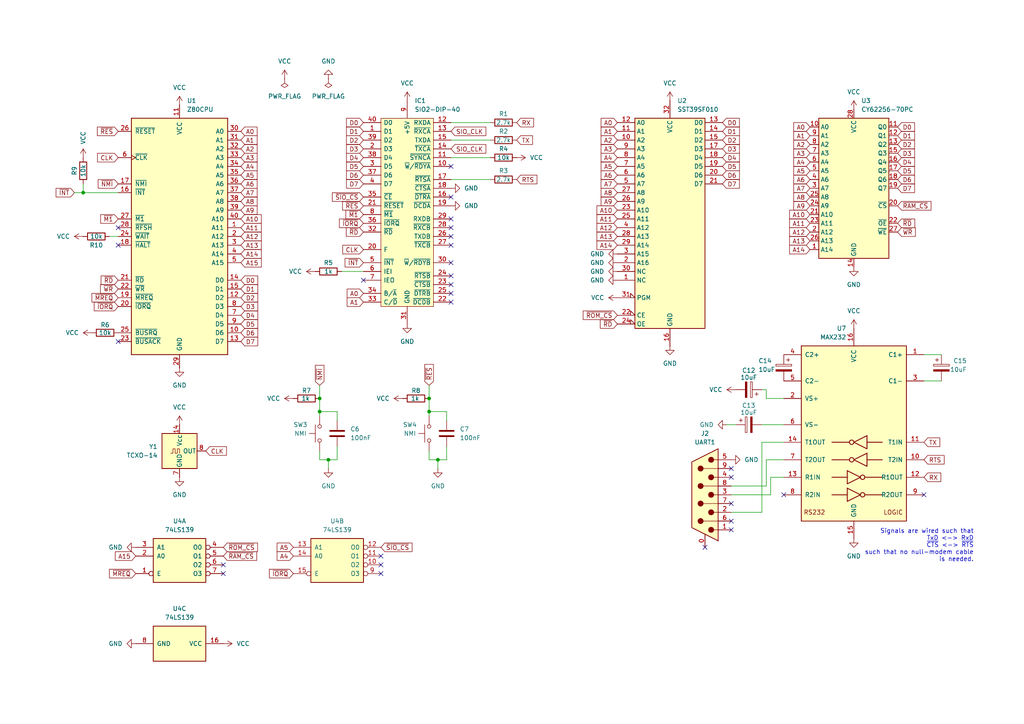
<source format=kicad_sch>
(kicad_sch (version 20250114) (generator "eeschema") (generator_version "9.0")
  (paper "A4")
  (lib_symbols
    (symbol "74xx:74LS139" (pin_names (offset 1.016))
      (property "Reference" "U" (at -7.62 8.89 0))
      (property "Value" "74LS139" (at -7.62 -8.89 0))
      (symbol "74LS139_1_0"
        (pin input line (at -12.7 2.54 0) (length 5.08) (name "A1") (number "3"))
        (pin input line (at -12.7 0 0) (length 5.08) (name "A0") (number "2"))
        (pin input inverted (at -12.7 -5.08 0) (length 5.08) (name "E") (number "1"))
        (pin output inverted (at 12.7 2.54 180) (length 5.08) (name "O0") (number "4"))
        (pin output inverted (at 12.7 0 180) (length 5.08) (name "O1") (number "5"))
        (pin output inverted (at 12.7 -2.54 180) (length 5.08) (name "O2") (number "6"))
        (pin output inverted (at 12.7 -5.08 180) (length 5.08) (name "O3") (number "7"))
      )
      (symbol "74LS139_2_0"
        (pin input line (at -12.7 2.54 0) (length 5.08) (name "A1") (number "13"))
        (pin input line (at -12.7 0 0) (length 5.08) (name "A0") (number "14"))
        (pin input inverted (at -12.7 -5.08 0) (length 5.08) (name "E") (number "15"))
        (pin output inverted (at 12.7 2.54 180) (length 5.08) (name "O0") (number "12"))
        (pin output inverted (at 12.7 0 180) (length 5.08) (name "O1") (number "11"))
        (pin output inverted (at 12.7 -2.54 180) (length 5.08) (name "O2") (number "10"))
        (pin output inverted (at 12.7 -5.08 180) (length 5.08) (name "O3") (number "9"))
      )
      (symbol "74LS139_3_0"
        (pin power_in line (at 0 12.7 270) (length 5.08) (name "VCC") (number "16"))
        (pin power_in line (at 0 -12.7 90) (length 5.08) (name "GND") (number "8"))
      )
    )
    (symbol "CPU:Z80CPU" (pin_names (offset 1.016))
      (property "Reference" "U" (at -13.97 35.56 0))
      (property "Value" "Z80CPU" (at 6.35 35.56 0))
      (symbol "Z80CPU_1_1"
        (pin input line (at -17.78 30.48 0) (length 3.81) (name "~{RESET}") (number "26"))
        (pin input clock (at -17.78 22.86 0) (length 3.81) (name "~{CLK}") (number "6"))
        (pin input line (at -17.78 15.24 0) (length 3.81) (name "~{NMI}") (number "17"))
        (pin input line (at -17.78 12.7 0) (length 3.81) (name "~{INT}") (number "16"))
        (pin output line (at -17.78 5.08 0) (length 3.81) (name "~{M1}") (number "27"))
        (pin output line (at -17.78 2.54 0) (length 3.81) (name "~{RFSH}") (number "28"))
        (pin input line (at -17.78 0 0) (length 3.81) (name "~{WAIT}") (number "24"))
        (pin output line (at -17.78 -2.54 0) (length 3.81) (name "~{HALT}") (number "18"))
        (pin output line (at -17.78 -12.7 0) (length 3.81) (name "~{RD}") (number "21"))
        (pin output line (at -17.78 -15.24 0) (length 3.81) (name "~{WR}") (number "22"))
        (pin output line (at -17.78 -17.78 0) (length 3.81) (name "~{MREQ}") (number "19"))
        (pin output line (at -17.78 -20.32 0) (length 3.81) (name "~{IORQ}") (number "20"))
        (pin input line (at -17.78 -27.94 0) (length 3.81) (name "~{BUSRQ}") (number "25"))
        (pin output line (at -17.78 -30.48 0) (length 3.81) (name "~{BUSACK}") (number "23"))
        (pin power_in line (at 0 38.1 270) (length 3.81) (name "VCC") (number "11"))
        (pin power_in line (at 0 -38.1 90) (length 3.81) (name "GND") (number "29"))
        (pin output line (at 17.78 30.48 180) (length 3.81) (name "A0") (number "30"))
        (pin output line (at 17.78 27.94 180) (length 3.81) (name "A1") (number "31"))
        (pin output line (at 17.78 25.4 180) (length 3.81) (name "A2") (number "32"))
        (pin output line (at 17.78 22.86 180) (length 3.81) (name "A3") (number "33"))
        (pin output line (at 17.78 20.32 180) (length 3.81) (name "A4") (number "34"))
        (pin output line (at 17.78 17.78 180) (length 3.81) (name "A5") (number "35"))
        (pin output line (at 17.78 15.24 180) (length 3.81) (name "A6") (number "36"))
        (pin output line (at 17.78 12.7 180) (length 3.81) (name "A7") (number "37"))
        (pin output line (at 17.78 10.16 180) (length 3.81) (name "A8") (number "38"))
        (pin output line (at 17.78 7.62 180) (length 3.81) (name "A9") (number "39"))
        (pin output line (at 17.78 5.08 180) (length 3.81) (name "A10") (number "40"))
        (pin output line (at 17.78 2.54 180) (length 3.81) (name "A11") (number "1"))
        (pin output line (at 17.78 0 180) (length 3.81) (name "A12") (number "2"))
        (pin output line (at 17.78 -2.54 180) (length 3.81) (name "A13") (number "3"))
        (pin output line (at 17.78 -5.08 180) (length 3.81) (name "A14") (number "4"))
        (pin output line (at 17.78 -7.62 180) (length 3.81) (name "A15") (number "5"))
        (pin bidirectional line (at 17.78 -12.7 180) (length 3.81) (name "D0") (number "14"))
        (pin bidirectional line (at 17.78 -15.24 180) (length 3.81) (name "D1") (number "15"))
        (pin bidirectional line (at 17.78 -17.78 180) (length 3.81) (name "D2") (number "12"))
        (pin bidirectional line (at 17.78 -20.32 180) (length 3.81) (name "D3") (number "8"))
        (pin bidirectional line (at 17.78 -22.86 180) (length 3.81) (name "D4") (number "7"))
        (pin bidirectional line (at 17.78 -25.4 180) (length 3.81) (name "D5") (number "9"))
        (pin bidirectional line (at 17.78 -27.94 180) (length 3.81) (name "D6") (number "10"))
        (pin bidirectional line (at 17.78 -30.48 180) (length 3.81) (name "D7") (number "13"))
      )
    )
    (symbol "Connector:DE9_Pins_MountingHoles" (pin_names (offset 1.016) (hide yes))
      (property "Reference" "J" (at 0 16.51 0))
      (property "Value" "DE9_Pins_MountingHoles" (at 0 14.605 0))
      (symbol "DE9_Pins_MountingHoles_1_1"
        (pin passive line (at -7.62 10.16 0) (length 3.81) (name "5") (number "5"))
        (pin passive line (at -7.62 7.62 0) (length 3.81) (name "9") (number "9"))
        (pin passive line (at -7.62 5.08 0) (length 3.81) (name "4") (number "4"))
        (pin passive line (at -7.62 2.54 0) (length 3.81) (name "8") (number "8"))
        (pin passive line (at -7.62 0 0) (length 3.81) (name "3") (number "3"))
        (pin passive line (at -7.62 -2.54 0) (length 3.81) (name "7") (number "7"))
        (pin passive line (at -7.62 -5.08 0) (length 3.81) (name "2") (number "2"))
        (pin passive line (at -7.62 -7.62 0) (length 3.81) (name "6") (number "6"))
        (pin passive line (at -7.62 -10.16 0) (length 3.81) (name "1") (number "1"))
        (pin passive line (at 0 -15.24 90) (length 3.81) (name "PAD") (number "0"))
      )
    )
    (symbol "Device:C" (pin_numbers (hide yes)) (pin_names (offset 0.254))
      (property "Reference" "C" (at 0.635 2.54 0))
      (property "Value" "C" (at 0.635 -2.54 0))
      (symbol "C_1_1"
        (pin passive line (at 0 3.81 270) (length 2.794) (name "~") (number "1"))
        (pin passive line (at 0 -3.81 90) (length 2.794) (name "~") (number "2"))
      )
    )
    (symbol "Device:C_Polarized" (pin_numbers (hide yes)) (pin_names (offset 0.254))
      (property "Reference" "C" (at 0.635 2.54 0))
      (property "Value" "C_Polarized" (at 0.635 -2.54 0))
      (symbol "C_Polarized_1_1"
        (pin passive line (at 0 3.81 270) (length 2.794) (name "~") (number "1"))
        (pin passive line (at 0 -3.81 90) (length 2.794) (name "~") (number "2"))
      )
    )
    (symbol "Device:R" (pin_numbers (hide yes)) (pin_names (offset 0))
      (property "Reference" "R" (at 2.032 0 90))
      (property "Value" "R" (at 0 0 90))
      (symbol "R_1_1"
        (pin passive line (at 0 3.81 270) (length 1.27) (name "~") (number "1"))
        (pin passive line (at 0 -3.81 90) (length 1.27) (name "~") (number "2"))
      )
    )
    (symbol "Interface_UART:MAX232" (pin_names (offset 1.016))
      (property "Reference" "U" (at -2.54 28.575 0))
      (property "Value" "MAX232" (at -2.54 26.67 0))
      (symbol "MAX232_0_0"
        (text "LOGIC" (at -11.43 -22.86 0) (effects (font (size 1.27 1.27))))
        (text "RS232" (at 11.43 -22.86 0) (effects (font (size 1.27 1.27))))
      )
      (symbol "MAX232_1_1"
        (pin passive line (at -20.32 22.86 0) (length 5.08) (name "C1+") (number "1"))
        (pin passive line (at -20.32 15.24 0) (length 5.08) (name "C1-") (number "3"))
        (pin input line (at -20.32 -2.54 0) (length 5.08) (name "T1IN") (number "11"))
        (pin input line (at -20.32 -7.62 0) (length 5.08) (name "T2IN") (number "10"))
        (pin output line (at -20.32 -12.7 0) (length 5.08) (name "R1OUT") (number "12"))
        (pin output line (at -20.32 -17.78 0) (length 5.08) (name "R2OUT") (number "9"))
        (pin power_in line (at 0 30.48 270) (length 5.08) (name "VCC") (number "16"))
        (pin power_in line (at 0 -30.48 90) (length 5.08) (name "GND") (number "15"))
        (pin passive line (at 20.32 22.86 180) (length 5.08) (name "C2+") (number "4"))
        (pin passive line (at 20.32 15.24 180) (length 5.08) (name "C2-") (number "5"))
        (pin power_out line (at 20.32 10.16 180) (length 5.08) (name "VS+") (number "2"))
        (pin power_out line (at 20.32 2.54 180) (length 5.08) (name "VS-") (number "6"))
        (pin output line (at 20.32 -2.54 180) (length 5.08) (name "T1OUT") (number "14"))
        (pin output line (at 20.32 -7.62 180) (length 5.08) (name "T2OUT") (number "7"))
        (pin input line (at 20.32 -12.7 180) (length 5.08) (name "R1IN") (number "13"))
        (pin input line (at 20.32 -17.78 180) (length 5.08) (name "R2IN") (number "8"))
      )
    )
    (symbol "Memory_Flash:SST39SF010"
      (property "Reference" "U" (at 2.54 33.02 0))
      (property "Value" "SST39SF010" (at 0 -30.48 0))
      (symbol "SST39SF010_0_0"
        (pin power_in line (at 0 36.83 270) (length 5.08) (name "VCC") (number "32"))
        (pin power_in line (at 0 -34.29 90) (length 5.08) (name "GND") (number "16"))
      )
      (symbol "SST39SF010_1_1"
        (pin input line (at -15.24 30.48 0) (length 5.08) (name "A0") (number "12"))
        (pin input line (at -15.24 27.94 0) (length 5.08) (name "A1") (number "11"))
        (pin input line (at -15.24 25.4 0) (length 5.08) (name "A2") (number "10"))
        (pin input line (at -15.24 22.86 0) (length 5.08) (name "A3") (number "9"))
        (pin input line (at -15.24 20.32 0) (length 5.08) (name "A4") (number "8"))
        (pin input line (at -15.24 17.78 0) (length 5.08) (name "A5") (number "7"))
        (pin input line (at -15.24 15.24 0) (length 5.08) (name "A6") (number "6"))
        (pin input line (at -15.24 12.7 0) (length 5.08) (name "A7") (number "5"))
        (pin input line (at -15.24 10.16 0) (length 5.08) (name "A8") (number "27"))
        (pin input line (at -15.24 7.62 0) (length 5.08) (name "A9") (number "26"))
        (pin input line (at -15.24 5.08 0) (length 5.08) (name "A10") (number "23"))
        (pin input line (at -15.24 2.54 0) (length 5.08) (name "A11") (number "25"))
        (pin input line (at -15.24 0 0) (length 5.08) (name "A12") (number "4"))
        (pin input line (at -15.24 -2.54 0) (length 5.08) (name "A13") (number "28"))
        (pin input line (at -15.24 -5.08 0) (length 5.08) (name "A14") (number "29"))
        (pin input line (at -15.24 -7.62 0) (length 5.08) (name "A15") (number "3"))
        (pin input line (at -15.24 -10.16 0) (length 5.08) (name "A16") (number "2"))
        (pin input line (at -15.24 -12.7 0) (length 5.08) (name "NC") (number "30"))
        (pin input line (at -15.24 -15.24 0) (length 5.08) (name "NC") (number "1"))
        (pin input input_low (at -15.24 -20.32 0) (length 5.08) (name "PGM") (number "31"))
        (pin input input_low (at -15.24 -25.4 0) (length 5.08) (name "CE") (number "22"))
        (pin input input_low (at -15.24 -27.94 0) (length 5.08) (name "OE") (number "24"))
        (pin tri_state line (at 15.24 30.48 180) (length 5.08) (name "D0") (number "13"))
        (pin tri_state line (at 15.24 27.94 180) (length 5.08) (name "D1") (number "14"))
        (pin tri_state line (at 15.24 25.4 180) (length 5.08) (name "D2") (number "15"))
        (pin tri_state line (at 15.24 22.86 180) (length 5.08) (name "D3") (number "17"))
        (pin tri_state line (at 15.24 20.32 180) (length 5.08) (name "D4") (number "18"))
        (pin tri_state line (at 15.24 17.78 180) (length 5.08) (name "D5") (number "19"))
        (pin tri_state line (at 15.24 15.24 180) (length 5.08) (name "D6") (number "20"))
        (pin tri_state line (at 15.24 12.7 180) (length 5.08) (name "D7") (number "21"))
      )
    )
    (symbol "Memory_RAM:CY62256-70PC"
      (property "Reference" "U" (at -10.16 20.955 0))
      (property "Value" "CY62256-70PC" (at 2.54 20.955 0))
      (symbol "CY62256-70PC_0_0"
        (pin power_in line (at 0 22.86 270) (length 2.54) (name "VCC") (number "28"))
        (pin power_in line (at 0 -22.86 90) (length 2.54) (name "GND") (number "14"))
      )
      (symbol "CY62256-70PC_1_1"
        (pin input line (at -12.7 17.78 0) (length 2.54) (name "A0") (number "10"))
        (pin input line (at -12.7 15.24 0) (length 2.54) (name "A1") (number "9"))
        (pin input line (at -12.7 12.7 0) (length 2.54) (name "A2") (number "8"))
        (pin input line (at -12.7 10.16 0) (length 2.54) (name "A3") (number "7"))
        (pin input line (at -12.7 7.62 0) (length 2.54) (name "A4") (number "6"))
        (pin input line (at -12.7 5.08 0) (length 2.54) (name "A5") (number "5"))
        (pin input line (at -12.7 2.54 0) (length 2.54) (name "A6") (number "4"))
        (pin input line (at -12.7 0 0) (length 2.54) (name "A7") (number "3"))
        (pin input line (at -12.7 -2.54 0) (length 2.54) (name "A8") (number "25"))
        (pin input line (at -12.7 -5.08 0) (length 2.54) (name "A9") (number "24"))
        (pin input line (at -12.7 -7.62 0) (length 2.54) (name "A10") (number "21"))
        (pin input line (at -12.7 -10.16 0) (length 2.54) (name "A11") (number "23"))
        (pin input line (at -12.7 -12.7 0) (length 2.54) (name "A12") (number "2"))
        (pin input line (at -12.7 -15.24 0) (length 2.54) (name "A13") (number "26"))
        (pin input line (at -12.7 -17.78 0) (length 2.54) (name "A14") (number "1"))
        (pin tri_state line (at 12.7 17.78 180) (length 2.54) (name "Q0") (number "11"))
        (pin tri_state line (at 12.7 15.24 180) (length 2.54) (name "Q1") (number "12"))
        (pin tri_state line (at 12.7 12.7 180) (length 2.54) (name "Q2") (number "13"))
        (pin tri_state line (at 12.7 10.16 180) (length 2.54) (name "Q3") (number "15"))
        (pin tri_state line (at 12.7 7.62 180) (length 2.54) (name "Q4") (number "16"))
        (pin tri_state line (at 12.7 5.08 180) (length 2.54) (name "Q5") (number "17"))
        (pin tri_state line (at 12.7 2.54 180) (length 2.54) (name "Q6") (number "18"))
        (pin tri_state line (at 12.7 0 180) (length 2.54) (name "Q7") (number "19"))
        (pin input line (at 12.7 -5.08 180) (length 2.54) (name "~{CS}") (number "20"))
        (pin input line (at 12.7 -10.16 180) (length 2.54) (name "~{OE}") (number "22"))
        (pin input line (at 12.7 -12.7 180) (length 2.54) (name "~{WE}") (number "27"))
      )
    )
    (symbol "Oscillator:TCXO-14" (pin_names (offset 0.254))
      (property "Reference" "Y" (at -5.08 6.35 0))
      (property "Value" "TCXO-14" (at 1.27 -6.35 0))
      (symbol "TCXO-14_1_1"
        (pin no_connect line (at -5.08 2.54 0) (length 2.54) (hide yes) (name "NC") (number "1"))
        (pin power_in line (at 0 7.62 270) (length 2.54) (name "Vcc") (number "14"))
        (pin power_in line (at 0 -7.62 90) (length 2.54) (name "GND") (number "7"))
        (pin output line (at 7.62 0 180) (length 2.54) (name "OUT") (number "8"))
      )
    )
    (symbol "Switch:SW_Push" (pin_numbers (hide yes)) (pin_names (offset 1.016) (hide yes))
      (property "Reference" "SW" (at 1.27 2.54 0))
      (property "Value" "SW_Push" (at 0 -1.524 0))
      (symbol "SW_Push_0_1"
        (pin passive line (at -5.08 0 0) (length 2.54) (name "1") (number "1"))
        (pin passive line (at 5.08 0 180) (length 2.54) (name "2") (number "2"))
      )
    )
    (symbol "Zilog_Z80_Peripherals:SIO2-DIP-40" (pin_names (offset 0.762))
      (property "Reference" "IC" (at 0 1.27 0))
      (property "Value" "SIO2-DIP-40" (at 7.62 1.27 0))
      (symbol "SIO2-DIP-40_0_0"
        (pin bidirectional line (at -5.08 -1.27 0) (length 5.08) (name "D0") (number "40"))
        (pin bidirectional line (at -5.08 -3.81 0) (length 5.08) (name "D1") (number "1"))
        (pin bidirectional line (at -5.08 -6.35 0) (length 5.08) (name "D2") (number "39"))
        (pin bidirectional line (at -5.08 -8.89 0) (length 5.08) (name "D3") (number "2"))
        (pin bidirectional line (at -5.08 -11.43 0) (length 5.08) (name "D4") (number "38"))
        (pin bidirectional line (at -5.08 -13.97 0) (length 5.08) (name "D5") (number "3"))
        (pin bidirectional line (at -5.08 -16.51 0) (length 5.08) (name "D6") (number "37"))
        (pin bidirectional line (at -5.08 -19.05 0) (length 5.08) (name "D7") (number "4"))
        (pin input line (at -5.08 -22.86 0) (length 5.08) (name "~{CE}") (number "35"))
        (pin input line (at -5.08 -25.4 0) (length 5.08) (name "~{RESET}") (number "21"))
        (pin input line (at -5.08 -27.94 0) (length 5.08) (name "~{M1}") (number "8"))
        (pin input line (at -5.08 -30.48 0) (length 5.08) (name "~{IORQ}") (number "36"))
        (pin input line (at -5.08 -33.02 0) (length 5.08) (name "~{RD}") (number "32"))
        (pin input line (at -5.08 -38.1 0) (length 5.08) (name "F") (number "20"))
        (pin open_collector line (at -5.08 -41.91 0) (length 5.08) (name "~{INT}") (number "5"))
        (pin input line (at -5.08 -44.45 0) (length 5.08) (name "IEI") (number "6"))
        (pin output line (at -5.08 -46.99 0) (length 5.08) (name "IEO") (number "7"))
        (pin input line (at -5.08 -50.8 0) (length 5.08) (name "B/~{A}") (number "34"))
        (pin input line (at -5.08 -53.34 0) (length 5.08) (name "C/~{D}") (number "33"))
        (pin power_in line (at 7.62 5.08 270) (length 5.08) (name "+5V") (number "9"))
        (pin power_in line (at 7.62 -59.69 90) (length 5.08) (name "GND") (number "31"))
        (pin input line (at 20.32 -1.27 180) (length 5.08) (name "RXDA") (number "12"))
        (pin input line (at 20.32 -3.81 180) (length 5.08) (name "~{RXCA}") (number "13"))
        (pin output line (at 20.32 -6.35 180) (length 5.08) (name "TXDA") (number "15"))
        (pin output line (at 20.32 -8.89 180) (length 5.08) (name "~{TXCA}") (number "14"))
        (pin bidirectional line (at 20.32 -11.43 180) (length 5.08) (name "~{SYNCA}") (number "11"))
        (pin output line (at 20.32 -13.97 180) (length 5.08) (name "~{W}/~{RDYA}") (number "10"))
        (pin output line (at 20.32 -17.78 180) (length 5.08) (name "~{RTSA}") (number "17"))
        (pin input line (at 20.32 -20.32 180) (length 5.08) (name "~{CTSA}") (number "18"))
        (pin output line (at 20.32 -22.86 180) (length 5.08) (name "~{DTRA}") (number "16"))
        (pin input line (at 20.32 -25.4 180) (length 5.08) (name "~{DCDA}") (number "19"))
        (pin input line (at 20.32 -29.21 180) (length 5.08) (name "RXDB") (number "29"))
        (pin input line (at 20.32 -31.75 180) (length 5.08) (name "~{RXCB}") (number "28"))
        (pin output line (at 20.32 -34.29 180) (length 5.08) (name "TXDB") (number "26"))
        (pin input line (at 20.32 -36.83 180) (length 5.08) (name "~{TXCB}") (number "27"))
        (pin output line (at 20.32 -41.91 180) (length 5.08) (name "~{W}/~{RDYB}") (number "30"))
        (pin output line (at 20.32 -45.72 180) (length 5.08) (name "~{RTSB}") (number "24"))
        (pin input line (at 20.32 -48.26 180) (length 5.08) (name "~{CTSB}") (number "23"))
        (pin output line (at 20.32 -50.8 180) (length 5.08) (name "~{DTRB}") (number "25"))
        (pin input line (at 20.32 -53.34 180) (length 5.08) (name "~{DCDB}") (number "22"))
      )
    )
    (symbol "power:GND" (power) (pin_numbers (hide yes)) (pin_names (offset 0) (hide yes))
      (property "Value" "GND" (at 0 -3.81 0))
      (symbol "GND_1_1"
        (pin power_in line (at 0 0 270) (length 0) (name "~") (number "1"))
      )
    )
    (symbol "power:PWR_FLAG" (power) (pin_numbers (hide yes)) (pin_names (offset 0) (hide yes))
      (property "Value" "PWR_FLAG" (at 0 3.81 0))
      (symbol "PWR_FLAG_0_0"
        (pin power_out line (at 0 0 90) (length 0) (name "~") (number "1"))
      )
    )
    (symbol "power:VCC" (power) (pin_numbers (hide yes)) (pin_names (offset 0) (hide yes))
      (property "Value" "VCC" (at 0 3.556 0))
      (symbol "VCC_1_1"
        (pin power_in line (at 0 0 90) (length 0) (name "~") (number "1"))
      )
    )
  )
  (text "Signals are wired such that\nTxD <-> RxD\n~{CTS} <-> ~{RTS}\nsuch that no null-modem cable\nis needed." (at 282.448 158.242 0) (effects (font (size 1.27 1.27)) (justify right)))
  (junction (at 92.71 115.57))
  (junction (at 124.46 119.38))
  (junction (at 124.46 115.57))
  (junction (at 127 133.35))
  (junction (at 24.13 55.88))
  (junction (at 95.25 133.35))
  (junction (at 92.71 119.38))
  (no_connect (at 105.41 81.28))
  (no_connect (at 212.09 151.13))
  (no_connect (at 64.77 166.37))
  (no_connect (at 212.09 138.43))
  (no_connect (at 130.81 76.2))
  (no_connect (at 130.81 85.09))
  (no_connect (at 110.49 166.37))
  (no_connect (at 130.81 71.12))
  (no_connect (at 130.81 68.58))
  (no_connect (at 130.81 80.01))
  (no_connect (at 212.09 146.05))
  (no_connect (at 130.81 82.55))
  (no_connect (at 34.29 66.04))
  (no_connect (at 204.47 158.75))
  (no_connect (at 130.81 63.5))
  (no_connect (at 130.81 66.04))
  (no_connect (at 34.29 99.06))
  (no_connect (at 110.49 163.83))
  (no_connect (at 130.81 48.26))
  (no_connect (at 110.49 161.29))
  (no_connect (at 212.09 135.89))
  (no_connect (at 130.81 57.15))
  (no_connect (at 130.81 87.63))
  (no_connect (at 227.33 143.51))
  (no_connect (at 34.29 71.12))
  (no_connect (at 64.77 163.83))
  (no_connect (at 212.09 153.67))
  (no_connect (at 267.97 143.51))
  (wire (pts (xy 97.79 133.35) (xy 97.79 129.54)))
  (wire (pts (xy 223.52 143.51) (xy 223.52 138.43)))
  (wire (pts (xy 97.79 119.38) (xy 97.79 121.92)))
  (wire (pts (xy 95.25 133.35) (xy 95.25 135.89)))
  (wire (pts (xy 127 133.35) (xy 129.54 133.35)))
  (wire (pts (xy 222.25 140.97) (xy 212.09 140.97)))
  (wire (pts (xy 129.54 119.38) (xy 129.54 121.92)))
  (wire (pts (xy 124.46 133.35) (xy 127 133.35)))
  (wire (pts (xy 31.75 68.58) (xy 34.29 68.58)))
  (wire (pts (xy 21.59 55.88) (xy 24.13 55.88)))
  (wire (pts (xy 124.46 111.76) (xy 124.46 115.57)))
  (wire (pts (xy 92.71 133.35) (xy 95.25 133.35)))
  (wire (pts (xy 222.25 115.57) (xy 222.25 113.03)))
  (wire (pts (xy 24.13 53.34) (xy 24.13 55.88)))
  (wire (pts (xy 212.09 143.51) (xy 223.52 143.51)))
  (wire (pts (xy 124.46 130.81) (xy 124.46 133.35)))
  (wire (pts (xy 220.98 128.27) (xy 220.98 148.59)))
  (wire (pts (xy 273.05 102.87) (xy 267.97 102.87)))
  (wire (pts (xy 220.98 148.59) (xy 212.09 148.59)))
  (wire (pts (xy 99.06 78.74) (xy 105.41 78.74)))
  (wire (pts (xy 130.81 52.07) (xy 142.24 52.07)))
  (wire (pts (xy 227.33 115.57) (xy 222.25 115.57)))
  (wire (pts (xy 92.71 130.81) (xy 92.71 133.35)))
  (wire (pts (xy 124.46 119.38) (xy 124.46 120.65)))
  (wire (pts (xy 92.71 115.57) (xy 92.71 119.38)))
  (wire (pts (xy 24.13 55.88) (xy 34.29 55.88)))
  (wire (pts (xy 227.33 133.35) (xy 222.25 133.35)))
  (wire (pts (xy 130.81 45.72) (xy 142.24 45.72)))
  (wire (pts (xy 92.71 119.38) (xy 97.79 119.38)))
  (wire (pts (xy 129.54 133.35) (xy 129.54 129.54)))
  (wire (pts (xy 222.25 133.35) (xy 222.25 140.97)))
  (wire (pts (xy 95.25 133.35) (xy 97.79 133.35)))
  (wire (pts (xy 222.25 113.03) (xy 220.98 113.03)))
  (wire (pts (xy 92.71 119.38) (xy 92.71 120.65)))
  (wire (pts (xy 92.71 111.76) (xy 92.71 115.57)))
  (wire (pts (xy 220.98 128.27) (xy 227.33 128.27)))
  (wire (pts (xy 223.52 138.43) (xy 227.33 138.43)))
  (wire (pts (xy 213.36 123.19) (xy 210.82 123.19)))
  (wire (pts (xy 273.05 110.49) (xy 267.97 110.49)))
  (wire (pts (xy 130.81 40.64) (xy 142.24 40.64)))
  (wire (pts (xy 124.46 119.38) (xy 129.54 119.38)))
  (wire (pts (xy 227.33 123.19) (xy 220.98 123.19)))
  (wire (pts (xy 127 133.35) (xy 127 135.89)))
  (wire (pts (xy 124.46 115.57) (xy 124.46 119.38)))
  (wire (pts (xy 130.81 35.56) (xy 142.24 35.56)))
  (global_label "TX" (shape input) (at 149.86 40.64 0) (property "Intersheetrefs" "${INTERSHEET_REFS}" (effects (hide yes))))
  (global_label "A5" (shape input) (at 85.09 158.75 180) (property "Intersheetrefs" "${INTERSHEET_REFS}" (effects (hide yes))))
  (global_label "~{RD}" (shape input) (at 260.35 64.77 0) (property "Intersheetrefs" "${INTERSHEET_REFS}" (effects (hide yes))))
  (global_label "~{M1}" (shape input) (at 105.41 62.23 180) (property "Intersheetrefs" "${INTERSHEET_REFS}" (effects (hide yes))))
  (global_label "SIO_CLK" (shape input) (at 130.81 38.1 0) (property "Intersheetrefs" "${INTERSHEET_REFS}" (effects (hide yes))))
  (global_label "A4" (shape input) (at 234.95 46.99 180) (property "Intersheetrefs" "${INTERSHEET_REFS}" (effects (hide yes))))
  (global_label "D4" (shape input) (at 209.55 45.72 0) (property "Intersheetrefs" "${INTERSHEET_REFS}" (effects (hide yes))))
  (global_label "D2" (shape input) (at 260.35 41.91 0) (property "Intersheetrefs" "${INTERSHEET_REFS}" (effects (hide yes))))
  (global_label "SIO_CLK" (shape input) (at 130.81 43.18 0) (property "Intersheetrefs" "${INTERSHEET_REFS}" (effects (hide yes))))
  (global_label "A6" (shape input) (at 234.95 52.07 180) (property "Intersheetrefs" "${INTERSHEET_REFS}" (effects (hide yes))))
  (global_label "D1" (shape input) (at 69.85 83.82 0) (property "Intersheetrefs" "${INTERSHEET_REFS}" (effects (hide yes))))
  (global_label "D1" (shape input) (at 209.55 38.1 0) (property "Intersheetrefs" "${INTERSHEET_REFS}" (effects (hide yes))))
  (global_label "D3" (shape input) (at 69.85 88.9 0) (property "Intersheetrefs" "${INTERSHEET_REFS}" (effects (hide yes))))
  (global_label "D5" (shape input) (at 69.85 93.98 0) (property "Intersheetrefs" "${INTERSHEET_REFS}" (effects (hide yes))))
  (global_label "A1" (shape input) (at 105.41 87.63 180) (property "Intersheetrefs" "${INTERSHEET_REFS}" (effects (hide yes))))
  (global_label "D7" (shape input) (at 105.41 53.34 180) (property "Intersheetrefs" "${INTERSHEET_REFS}" (effects (hide yes))))
  (global_label "A1" (shape input) (at 69.85 40.64 0) (property "Intersheetrefs" "${INTERSHEET_REFS}" (effects (hide yes))))
  (global_label "~{RAM_CS}" (shape input) (at 64.77 161.29 0) (property "Intersheetrefs" "${INTERSHEET_REFS}" (effects (hide yes))))
  (global_label "~{NMI}" (shape input) (at 34.29 53.34 180) (property "Intersheetrefs" "${INTERSHEET_REFS}" (effects (hide yes))))
  (global_label "D3" (shape input) (at 105.41 43.18 180) (property "Intersheetrefs" "${INTERSHEET_REFS}" (effects (hide yes))))
  (global_label "A8" (shape input) (at 69.85 58.42 0) (property "Intersheetrefs" "${INTERSHEET_REFS}" (effects (hide yes))))
  (global_label "D3" (shape input) (at 260.35 44.45 0) (property "Intersheetrefs" "${INTERSHEET_REFS}" (effects (hide yes))))
  (global_label "A11" (shape input) (at 234.95 64.77 180) (property "Intersheetrefs" "${INTERSHEET_REFS}" (effects (hide yes))))
  (global_label "A1" (shape input) (at 234.95 39.37 180) (property "Intersheetrefs" "${INTERSHEET_REFS}" (effects (hide yes))))
  (global_label "~{SIO_CS}" (shape input) (at 105.41 57.15 180) (property "Intersheetrefs" "${INTERSHEET_REFS}" (effects (hide yes))))
  (global_label "~{MREQ}" (shape input) (at 34.29 86.36 180) (property "Intersheetrefs" "${INTERSHEET_REFS}" (effects (hide yes))))
  (global_label "D6" (shape input) (at 260.35 52.07 0) (property "Intersheetrefs" "${INTERSHEET_REFS}" (effects (hide yes))))
  (global_label "A7" (shape input) (at 69.85 55.88 0) (property "Intersheetrefs" "${INTERSHEET_REFS}" (effects (hide yes))))
  (global_label "A0" (shape input) (at 234.95 36.83 180) (property "Intersheetrefs" "${INTERSHEET_REFS}" (effects (hide yes))))
  (global_label "~{MREQ}" (shape input) (at 39.37 166.37 180) (property "Intersheetrefs" "${INTERSHEET_REFS}" (effects (hide yes))))
  (global_label "D6" (shape input) (at 69.85 96.52 0) (property "Intersheetrefs" "${INTERSHEET_REFS}" (effects (hide yes))))
  (global_label "D5" (shape input) (at 209.55 48.26 0) (property "Intersheetrefs" "${INTERSHEET_REFS}" (effects (hide yes))))
  (global_label "D1" (shape input) (at 260.35 39.37 0) (property "Intersheetrefs" "${INTERSHEET_REFS}" (effects (hide yes))))
  (global_label "A12" (shape input) (at 234.95 67.31 180) (property "Intersheetrefs" "${INTERSHEET_REFS}" (effects (hide yes))))
  (global_label "A3" (shape input) (at 234.95 44.45 180) (property "Intersheetrefs" "${INTERSHEET_REFS}" (effects (hide yes))))
  (global_label "RX" (shape input) (at 267.97 138.43 0) (property "Intersheetrefs" "${INTERSHEET_REFS}" (effects (hide yes))))
  (global_label "A9" (shape input) (at 234.95 59.69 180) (property "Intersheetrefs" "${INTERSHEET_REFS}" (effects (hide yes))))
  (global_label "~{RES}" (shape input) (at 105.41 59.69 180) (property "Intersheetrefs" "${INTERSHEET_REFS}" (effects (hide yes))))
  (global_label "D4" (shape input) (at 105.41 45.72 180) (property "Intersheetrefs" "${INTERSHEET_REFS}" (effects (hide yes))))
  (global_label "~{M1}" (shape input) (at 34.29 63.5 180) (property "Intersheetrefs" "${INTERSHEET_REFS}" (effects (hide yes))))
  (global_label "~{IORQ}" (shape input) (at 34.29 88.9 180) (property "Intersheetrefs" "${INTERSHEET_REFS}" (effects (hide yes))))
  (global_label "~{WR}" (shape input) (at 34.29 83.82 180) (property "Intersheetrefs" "${INTERSHEET_REFS}" (effects (hide yes))))
  (global_label "D0" (shape input) (at 209.55 35.56 0) (property "Intersheetrefs" "${INTERSHEET_REFS}" (effects (hide yes))))
  (global_label "~{RAM_CS}" (shape input) (at 260.35 59.69 0) (property "Intersheetrefs" "${INTERSHEET_REFS}" (effects (hide yes))))
  (global_label "RTS" (shape input) (at 267.97 133.35 0) (property "Intersheetrefs" "${INTERSHEET_REFS}" (effects (hide yes))))
  (global_label "D2" (shape input) (at 209.55 40.64 0) (property "Intersheetrefs" "${INTERSHEET_REFS}" (effects (hide yes))))
  (global_label "A9" (shape input) (at 179.07 58.42 180) (property "Intersheetrefs" "${INTERSHEET_REFS}" (effects (hide yes))))
  (global_label "~{IORQ}" (shape input) (at 85.09 166.37 180) (property "Intersheetrefs" "${INTERSHEET_REFS}" (effects (hide yes))))
  (global_label "A15" (shape input) (at 39.37 161.29 180) (property "Intersheetrefs" "${INTERSHEET_REFS}" (effects (hide yes))))
  (global_label "~{ROM_CS}" (shape input) (at 64.77 158.75 0) (property "Intersheetrefs" "${INTERSHEET_REFS}" (effects (hide yes))))
  (global_label "A4" (shape input) (at 69.85 48.26 0) (property "Intersheetrefs" "${INTERSHEET_REFS}" (effects (hide yes))))
  (global_label "A15" (shape input) (at 69.85 76.2 0) (property "Intersheetrefs" "${INTERSHEET_REFS}" (effects (hide yes))))
  (global_label "A0" (shape input) (at 105.41 85.09 180) (property "Intersheetrefs" "${INTERSHEET_REFS}" (effects (hide yes))))
  (global_label "~{SIO_CS}" (shape input) (at 110.49 158.75 0) (property "Intersheetrefs" "${INTERSHEET_REFS}" (effects (hide yes))))
  (global_label "A14" (shape input) (at 69.85 73.66 0) (property "Intersheetrefs" "${INTERSHEET_REFS}" (effects (hide yes))))
  (global_label "~{NMI}" (shape input) (at 92.71 111.76 90) (property "Intersheetrefs" "${INTERSHEET_REFS}" (effects (hide yes))))
  (global_label "~{RD}" (shape input) (at 105.41 67.31 180) (property "Intersheetrefs" "${INTERSHEET_REFS}" (effects (hide yes))))
  (global_label "D6" (shape input) (at 105.41 50.8 180) (property "Intersheetrefs" "${INTERSHEET_REFS}" (effects (hide yes))))
  (global_label "A3" (shape input) (at 179.07 43.18 180) (property "Intersheetrefs" "${INTERSHEET_REFS}" (effects (hide yes))))
  (global_label "A6" (shape input) (at 179.07 50.8 180) (property "Intersheetrefs" "${INTERSHEET_REFS}" (effects (hide yes))))
  (global_label "D4" (shape input) (at 260.35 46.99 0) (property "Intersheetrefs" "${INTERSHEET_REFS}" (effects (hide yes))))
  (global_label "D2" (shape input) (at 105.41 40.64 180) (property "Intersheetrefs" "${INTERSHEET_REFS}" (effects (hide yes))))
  (global_label "A14" (shape input) (at 234.95 72.39 180) (property "Intersheetrefs" "${INTERSHEET_REFS}" (effects (hide yes))))
  (global_label "A5" (shape input) (at 179.07 48.26 180) (property "Intersheetrefs" "${INTERSHEET_REFS}" (effects (hide yes))))
  (global_label "A4" (shape input) (at 179.07 45.72 180) (property "Intersheetrefs" "${INTERSHEET_REFS}" (effects (hide yes))))
  (global_label "A3" (shape input) (at 69.85 45.72 0) (property "Intersheetrefs" "${INTERSHEET_REFS}" (effects (hide yes))))
  (global_label "D5" (shape input) (at 260.35 49.53 0) (property "Intersheetrefs" "${INTERSHEET_REFS}" (effects (hide yes))))
  (global_label "A10" (shape input) (at 234.95 62.23 180) (property "Intersheetrefs" "${INTERSHEET_REFS}" (effects (hide yes))))
  (global_label "A13" (shape input) (at 69.85 71.12 0) (property "Intersheetrefs" "${INTERSHEET_REFS}" (effects (hide yes))))
  (global_label "A2" (shape input) (at 179.07 40.64 180) (property "Intersheetrefs" "${INTERSHEET_REFS}" (effects (hide yes))))
  (global_label "A7" (shape input) (at 179.07 53.34 180) (property "Intersheetrefs" "${INTERSHEET_REFS}" (effects (hide yes))))
  (global_label "A10" (shape input) (at 69.85 63.5 0) (property "Intersheetrefs" "${INTERSHEET_REFS}" (effects (hide yes))))
  (global_label "CLK" (shape input) (at 34.29 45.72 180) (property "Intersheetrefs" "${INTERSHEET_REFS}" (effects (hide yes))))
  (global_label "D5" (shape input) (at 105.41 48.26 180) (property "Intersheetrefs" "${INTERSHEET_REFS}" (effects (hide yes))))
  (global_label "~{RD}" (shape input) (at 34.29 81.28 180) (property "Intersheetrefs" "${INTERSHEET_REFS}" (effects (hide yes))))
  (global_label "A7" (shape input) (at 234.95 54.61 180) (property "Intersheetrefs" "${INTERSHEET_REFS}" (effects (hide yes))))
  (global_label "A8" (shape input) (at 179.07 55.88 180) (property "Intersheetrefs" "${INTERSHEET_REFS}" (effects (hide yes))))
  (global_label "RX" (shape input) (at 149.86 35.56 0) (property "Intersheetrefs" "${INTERSHEET_REFS}" (effects (hide yes))))
  (global_label "A5" (shape input) (at 234.95 49.53 180) (property "Intersheetrefs" "${INTERSHEET_REFS}" (effects (hide yes))))
  (global_label "~{RES}" (shape input) (at 34.29 38.1 180) (property "Intersheetrefs" "${INTERSHEET_REFS}" (effects (hide yes))))
  (global_label "A12" (shape input) (at 69.85 68.58 0) (property "Intersheetrefs" "${INTERSHEET_REFS}" (effects (hide yes))))
  (global_label "A0" (shape input) (at 179.07 35.56 180) (property "Intersheetrefs" "${INTERSHEET_REFS}" (effects (hide yes))))
  (global_label "D1" (shape input) (at 105.41 38.1 180) (property "Intersheetrefs" "${INTERSHEET_REFS}" (effects (hide yes))))
  (global_label "A12" (shape input) (at 179.07 66.04 180) (property "Intersheetrefs" "${INTERSHEET_REFS}" (effects (hide yes))))
  (global_label "RTS" (shape input) (at 149.86 52.07 0) (property "Intersheetrefs" "${INTERSHEET_REFS}" (effects (hide yes))))
  (global_label "D7" (shape input) (at 260.35 54.61 0) (property "Intersheetrefs" "${INTERSHEET_REFS}" (effects (hide yes))))
  (global_label "D2" (shape input) (at 69.85 86.36 0) (property "Intersheetrefs" "${INTERSHEET_REFS}" (effects (hide yes))))
  (global_label "A1" (shape input) (at 179.07 38.1 180) (property "Intersheetrefs" "${INTERSHEET_REFS}" (effects (hide yes))))
  (global_label "D7" (shape input) (at 69.85 99.06 0) (property "Intersheetrefs" "${INTERSHEET_REFS}" (effects (hide yes))))
  (global_label "A0" (shape input) (at 69.85 38.1 0) (property "Intersheetrefs" "${INTERSHEET_REFS}" (effects (hide yes))))
  (global_label "D0" (shape input) (at 260.35 36.83 0) (property "Intersheetrefs" "${INTERSHEET_REFS}" (effects (hide yes))))
  (global_label "CLK" (shape input) (at 105.41 72.39 180) (property "Intersheetrefs" "${INTERSHEET_REFS}" (effects (hide yes))))
  (global_label "D3" (shape input) (at 209.55 43.18 0) (property "Intersheetrefs" "${INTERSHEET_REFS}" (effects (hide yes))))
  (global_label "A10" (shape input) (at 179.07 60.96 180) (property "Intersheetrefs" "${INTERSHEET_REFS}" (effects (hide yes))))
  (global_label "A2" (shape input) (at 234.95 41.91 180) (property "Intersheetrefs" "${INTERSHEET_REFS}" (effects (hide yes))))
  (global_label "D6" (shape input) (at 209.55 50.8 0) (property "Intersheetrefs" "${INTERSHEET_REFS}" (effects (hide yes))))
  (global_label "D7" (shape input) (at 209.55 53.34 0) (property "Intersheetrefs" "${INTERSHEET_REFS}" (effects (hide yes))))
  (global_label "~{INT}" (shape input) (at 21.59 55.88 180) (property "Intersheetrefs" "${INTERSHEET_REFS}" (effects (hide yes))))
  (global_label "CLK" (shape input) (at 59.69 130.81 0) (property "Intersheetrefs" "${INTERSHEET_REFS}" (effects (hide yes))))
  (global_label "A11" (shape input) (at 69.85 66.04 0) (property "Intersheetrefs" "${INTERSHEET_REFS}" (effects (hide yes))))
  (global_label "A11" (shape input) (at 179.07 63.5 180) (property "Intersheetrefs" "${INTERSHEET_REFS}" (effects (hide yes))))
  (global_label "A5" (shape input) (at 69.85 50.8 0) (property "Intersheetrefs" "${INTERSHEET_REFS}" (effects (hide yes))))
  (global_label "A13" (shape input) (at 234.95 69.85 180) (property "Intersheetrefs" "${INTERSHEET_REFS}" (effects (hide yes))))
  (global_label "A6" (shape input) (at 69.85 53.34 0) (property "Intersheetrefs" "${INTERSHEET_REFS}" (effects (hide yes))))
  (global_label "A13" (shape input) (at 179.07 68.58 180) (property "Intersheetrefs" "${INTERSHEET_REFS}" (effects (hide yes))))
  (global_label "TX" (shape input) (at 267.97 128.27 0) (property "Intersheetrefs" "${INTERSHEET_REFS}" (effects (hide yes))))
  (global_label "D0" (shape input) (at 69.85 81.28 0) (property "Intersheetrefs" "${INTERSHEET_REFS}" (effects (hide yes))))
  (global_label "D0" (shape input) (at 105.41 35.56 180) (property "Intersheetrefs" "${INTERSHEET_REFS}" (effects (hide yes))))
  (global_label "A2" (shape input) (at 69.85 43.18 0) (property "Intersheetrefs" "${INTERSHEET_REFS}" (effects (hide yes))))
  (global_label "~{INT}" (shape input) (at 105.41 76.2 180) (property "Intersheetrefs" "${INTERSHEET_REFS}" (effects (hide yes))))
  (global_label "A9" (shape input) (at 69.85 60.96 0) (property "Intersheetrefs" "${INTERSHEET_REFS}" (effects (hide yes))))
  (global_label "A4" (shape input) (at 85.09 161.29 180) (property "Intersheetrefs" "${INTERSHEET_REFS}" (effects (hide yes))))
  (global_label "A8" (shape input) (at 234.95 57.15 180) (property "Intersheetrefs" "${INTERSHEET_REFS}" (effects (hide yes))))
  (global_label "~{RD}" (shape input) (at 179.07 93.98 180) (property "Intersheetrefs" "${INTERSHEET_REFS}" (effects (hide yes))))
  (global_label "A14" (shape input) (at 179.07 71.12 180) (property "Intersheetrefs" "${INTERSHEET_REFS}" (effects (hide yes))))
  (global_label "D4" (shape input) (at 69.85 91.44 0) (property "Intersheetrefs" "${INTERSHEET_REFS}" (effects (hide yes))))
  (global_label "~{ROM_CS}" (shape input) (at 179.07 91.44 180) (property "Intersheetrefs" "${INTERSHEET_REFS}" (effects (hide yes))))
  (global_label "~{WR}" (shape input) (at 260.35 67.31 0) (property "Intersheetrefs" "${INTERSHEET_REFS}" (effects (hide yes))))
  (global_label "~{RES}" (shape input) (at 124.46 111.76 90) (property "Intersheetrefs" "${INTERSHEET_REFS}" (effects (hide yes))))
  (global_label "~{IORQ}" (shape input) (at 105.41 64.77 180) (property "Intersheetrefs" "${INTERSHEET_REFS}" (effects (hide yes))))
  (symbol (lib_id "Device:R") (at 146.05 52.07 90) (unit 1)
    (property "Reference" "R3" (at 146.05 49.53 90))
    (property "Value" "2.7k" (at 146.05 52.07 90))
    (property "Description" "Resistor" (effects (hide yes)))
  )
  (symbol (lib_id "Device:R") (at 30.48 96.52 270) (unit 1)
    (property "Reference" "R6" (at 30.48 94.234 90))
    (property "Value" "10k" (at 30.48 96.52 90))
    (property "Description" "Resistor" (effects (hide yes)))
  )
  (symbol (lib_id "power:GND") (at 212.09 133.35 90) (mirror x) (unit 1)
    (property "Reference" "#PWR052" (effects (hide yes)))
    (property "Value" "GND" (at 215.9 133.3499 90) (effects (justify right)))
    (property "Description" "Power symbol creates a global label with name \"GND\" , ground" (effects (hide yes)))
  )
  (symbol (lib_id "power:GND") (at 247.65 77.47 0) (unit 1)
    (property "Reference" "#PWR017" (effects (hide yes)))
    (property "Value" "GND" (at 247.65 82.55 0))
    (property "Description" "Power symbol creates a global label with name \"GND\" , ground" (effects (hide yes)))
  )
  (symbol (lib_id "Device:R") (at 146.05 40.64 90) (unit 1)
    (property "Reference" "R2" (at 146.05 38.1 90))
    (property "Value" "2.7k" (at 146.05 40.64 90))
    (property "Description" "Resistor" (effects (hide yes)))
  )
  (symbol (lib_id "power:VCC") (at 24.13 68.58 90) (unit 1)
    (property "Reference" "#PWR028" (effects (hide yes)))
    (property "Value" "VCC" (at 20.32 68.5801 90) (effects (justify left)))
    (property "Description" "Power symbol creates a global label with name \"VCC\"" (effects (hide yes)))
  )
  (symbol (lib_id "power:VCC") (at 85.09 115.57 90) (unit 1)
    (property "Reference" "#PWR030" (effects (hide yes)))
    (property "Value" "VCC" (at 81.28 115.5699 90) (effects (justify left)))
    (property "Description" "Power symbol creates a global label with name \"VCC\"" (effects (hide yes)))
  )
  (symbol (lib_id "power:GND") (at 95.25 22.86 180) (unit 1)
    (property "Reference" "#PWR026" (effects (hide yes)))
    (property "Value" "GND" (at 95.25 17.78 0))
    (property "Description" "Power symbol creates a global label with name \"GND\" , ground" (effects (hide yes)))
  )
  (symbol (lib_id "74xx:74LS139") (at 97.79 161.29 0) (unit 2)
    (property "Reference" "U4" (at 97.79 151.13 0))
    (property "Value" "74LS139" (at 97.79 153.67 0))
    (property "Datasheet" "http://www.ti.com/lit/ds/symlink/sn74ls139a.pdf" (effects (hide yes)))
    (property "Description" "Dual Decoder 1 of 4, Active low outputs" (effects (hide yes)))
  )
  (symbol (lib_id "power:VCC") (at 52.07 30.48 0) (unit 1)
    (property "Reference" "#PWR02" (effects (hide yes)))
    (property "Value" "VCC" (at 52.07 25.4 0))
    (property "Description" "Power symbol creates a global label with name \"VCC\"" (effects (hide yes)))
  )
  (symbol (lib_id "power:VCC") (at 24.13 45.72 0) (unit 1)
    (property "Reference" "#PWR027" (effects (hide yes)))
    (property "Value" "VCC" (at 24.1299 41.91 90) (effects (justify left)))
    (property "Description" "Power symbol creates a global label with name \"VCC\"" (effects (hide yes)))
  )
  (symbol (lib_id "power:GND") (at 118.11 93.98 0) (unit 1)
    (property "Reference" "#PWR05" (effects (hide yes)))
    (property "Value" "GND" (at 118.11 99.06 0))
    (property "Description" "Power symbol creates a global label with name \"GND\" , ground" (effects (hide yes)))
  )
  (symbol (lib_id "74xx:74LS139") (at 52.07 161.29 0) (unit 1)
    (property "Reference" "U4" (at 52.07 151.13 0))
    (property "Value" "74LS139" (at 52.07 153.67 0))
    (property "Datasheet" "http://www.ti.com/lit/ds/symlink/sn74ls139a.pdf" (effects (hide yes)))
    (property "Description" "Dual Decoder 1 of 4, Active low outputs" (effects (hide yes)))
  )
  (symbol (lib_id "power:GND") (at 179.07 76.2 270) (unit 1)
    (property "Reference" "#PWR015" (effects (hide yes)))
    (property "Value" "GND" (at 175.26 76.1999 90) (effects (justify right)))
    (property "Description" "Power symbol creates a global label with name \"GND\" , ground" (effects (hide yes)))
  )
  (symbol (lib_id "power:PWR_FLAG") (at 82.55 22.86 180) (unit 1)
    (property "Reference" "#FLG01" (effects (hide yes)))
    (property "Value" "PWR_FLAG" (at 82.55 27.94 0))
    (property "Description" "Special symbol for telling ERC where power comes from" (effects (hide yes)))
  )
  (symbol (lib_id "power:VCC") (at 149.86 45.72 270) (unit 1)
    (property "Reference" "#PWR08" (effects (hide yes)))
    (property "Value" "VCC" (at 153.67 45.7199 90) (effects (justify left)))
    (property "Description" "Power symbol creates a global label with name \"VCC\"" (effects (hide yes)))
  )
  (symbol (lib_id "Memory_RAM:CY62256-70PC") (at 247.65 54.61 0) (unit 1)
    (property "Reference" "U3" (at 249.7933 29.21 0) (effects (justify left)))
    (property "Value" "CY62256-70PC" (at 249.7933 31.75 0) (effects (justify left)))
    (property "Footprint" "Package_DIP:DIP-28_W15.24mm" (effects (hide yes)))
    (property "Datasheet" "https://ecee.colorado.edu/~mcclurel/Cypress_SRAM_CY62256.pdf" (effects (hide yes)))
    (property "Description" "256K (32K x 8) Static RAM, 70ns, DIP-28" (effects (hide yes)))
  )
  (symbol (lib_id "Device:R") (at 27.94 68.58 270) (unit 1)
    (property "Reference" "R10" (at 27.94 71.12 90))
    (property "Value" "10k" (at 27.94 68.58 90))
    (property "Description" "Resistor" (effects (hide yes)))
  )
  (symbol (lib_id "Switch:SW_Push") (at 92.71 125.73 90) (unit 1)
    (property "Reference" "SW3" (at 85.09 123.19 90) (effects (justify right)))
    (property "Value" "NMI" (at 85.344 125.73 90) (effects (justify right)))
    (property "Footprint" "Button_Switch_THT:SW_PUSH_6mm" (effects (hide yes)))
    (property "Description" "Push button switch, generic, two pins" (effects (hide yes)))
  )
  (symbol (lib_id "power:GND") (at 52.07 106.68 0) (unit 1)
    (property "Reference" "#PWR03" (effects (hide yes)))
    (property "Value" "GND" (at 52.07 111.76 0))
    (property "Description" "Power symbol creates a global label with name \"GND\" , ground" (effects (hide yes)))
  )
  (symbol (lib_id "power:VCC") (at 52.07 123.19 0) (unit 1)
    (property "Reference" "#PWR024" (effects (hide yes)))
    (property "Value" "VCC" (at 52.07 118.11 0))
    (property "Description" "Power symbol creates a global label with name \"VCC\"" (effects (hide yes)))
  )
  (symbol (lib_id "power:VCC") (at 26.67 96.52 90) (unit 1)
    (property "Reference" "#PWR010" (effects (hide yes)))
    (property "Value" "VCC" (at 22.86 96.5201 90) (effects (justify left)))
    (property "Description" "Power symbol creates a global label with name \"VCC\"" (effects (hide yes)))
  )
  (symbol (lib_id "power:VCC") (at 213.36 113.03 90) (mirror x) (unit 1)
    (property "Reference" "#PWR053" (effects (hide yes)))
    (property "Value" "VCC" (at 209.55 113.0299 90) (effects (justify left)))
    (property "Description" "Power symbol creates a global label with name \"VCC\"" (effects (hide yes)))
  )
  (symbol (lib_id "Zilog_Z80_Peripherals:SIO2-DIP-40") (at 110.49 34.29 0) (unit 1)
    (property "Reference" "IC1" (at 120.2533 29.21 0) (effects (justify left)))
    (property "Value" "SIO2-DIP-40" (at 120.2533 31.75 0) (effects (justify left)))
    (property "Footprint" "Package_DIP:DIP-40_W15.24mm_LongPads" (effects (hide yes)))
    (property "Datasheet" "http://www.zilog.com/docs/z80/ps0183.pdf" (effects (hide yes)))
    (property "Description" "Z80 CMOS SIO/2 Z84C42 Zilog" (effects (hide yes)))
    (property "Height" "4.06" (effects (hide yes)))
    (property "Manufacturer_Name" "Zilog" (effects (hide yes)))
    (property "Manufacturer_Part_Number" "Z84C4206PEG" (effects (hide yes)))
    (property "Mouser Part Number" "692-Z84C4206PEG" (effects (hide yes)))
    (property "Mouser Price/Stock" "https://www.mouser.com/Search/Refine.aspx?Keyword=692-Z84C4206PEG" (effects (hide yes)))
    (property "RS Part Number" "6600766" (effects (hide yes)))
    (property "RS Price/Stock" "https://uk.rs-online.com/web/p/products/6600766" (effects (hide yes)))
    (property "Allied_Number" "R1000052" (effects (hide yes)))
    (property "Allied Price/Stock" "https://www.alliedelec.com/zilog-z84c4206peg/R1000052/" (effects (hide yes)))
  )
  (symbol (lib_id "power:VCC") (at 247.65 95.25 0) (mirror y) (unit 1)
    (property "Reference" "#PWR054" (effects (hide yes)))
    (property "Value" "VCC" (at 247.65 90.17 0))
    (property "Description" "Power symbol creates a global label with name \"VCC\"" (effects (hide yes)))
  )
  (symbol (lib_id "power:GND") (at 210.82 123.19 270) (mirror x) (unit 1)
    (property "Reference" "#PWR051" (effects (hide yes)))
    (property "Value" "GND" (at 207.01 123.1899 90) (effects (justify right)))
    (property "Description" "Power symbol creates a global label with name \"GND\" , ground" (effects (hide yes)))
  )
  (symbol (lib_id "74xx:74LS139") (at 52.07 186.69 270) (unit 3)
    (property "Reference" "U4" (at 52.07 176.53 90))
    (property "Value" "74LS139" (at 52.07 179.07 90))
    (property "Datasheet" "http://www.ti.com/lit/ds/symlink/sn74ls139a.pdf" (effects (hide yes)))
    (property "Description" "Dual Decoder 1 of 4, Active low outputs" (effects (hide yes)))
  )
  (symbol (lib_id "Device:R") (at 120.65 115.57 270) (unit 1)
    (property "Reference" "R8" (at 120.65 113.284 90))
    (property "Value" "1k" (at 120.396 115.57 90))
    (property "Footprint" "Resistor_THT:R_Axial_DIN0207_L6.3mm_D2.5mm_P7.62mm_Horizontal" (effects (hide yes)))
    (property "Description" "Resistor" (effects (hide yes)))
  )
  (symbol (lib_id "power:GND") (at 52.07 138.43 0) (unit 1)
    (property "Reference" "#PWR023" (effects (hide yes)))
    (property "Value" "GND" (at 52.07 143.51 0))
    (property "Description" "Power symbol creates a global label with name \"GND\" , ground" (effects (hide yes)))
  )
  (symbol (lib_id "power:GND") (at 179.07 78.74 270) (unit 1)
    (property "Reference" "#PWR014" (effects (hide yes)))
    (property "Value" "GND" (at 175.26 78.7399 90) (effects (justify right)))
    (property "Description" "Power symbol creates a global label with name \"GND\" , ground" (effects (hide yes)))
  )
  (symbol (lib_id "power:VCC") (at 194.31 29.21 0) (unit 1)
    (property "Reference" "#PWR011" (effects (hide yes)))
    (property "Value" "VCC" (at 194.31 24.13 0))
    (property "Description" "Power symbol creates a global label with name \"VCC\"" (effects (hide yes)))
  )
  (symbol (lib_id "Interface_UART:MAX232") (at 247.65 125.73 0) (mirror y) (unit 1)
    (property "Reference" "U7" (at 245.4559 95.25 0) (effects (justify left)))
    (property "Value" "MAX232" (at 245.4559 97.79 0) (effects (justify left)))
    (property "Footprint" "Package_DIP:DIP-16_W7.62mm_Socket" (effects (hide yes)))
    (property "Datasheet" "http://www.ti.com/lit/ds/symlink/max232.pdf" (effects (hide yes)))
    (property "Description" "Dual RS232 driver/receiver, 5V supply, 120kb/s, 0C-70C" (effects (hide yes)))
  )
  (symbol (lib_id "power:GND") (at 247.65 156.21 0) (mirror y) (unit 1)
    (property "Reference" "#PWR055" (effects (hide yes)))
    (property "Value" "GND" (at 247.65 161.29 0))
    (property "Description" "Power symbol creates a global label with name \"GND\" , ground" (effects (hide yes)))
  )
  (symbol (lib_id "power:GND") (at 127 135.89 0) (unit 1)
    (property "Reference" "#PWR033" (effects (hide yes)))
    (property "Value" "GND" (at 127 140.97 0))
    (property "Description" "Power symbol creates a global label with name \"GND\" , ground" (effects (hide yes)))
  )
  (symbol (lib_id "Switch:SW_Push") (at 124.46 125.73 90) (unit 1)
    (property "Reference" "SW4" (at 116.84 123.19 90) (effects (justify right)))
    (property "Value" "NMI" (at 117.094 125.73 90) (effects (justify right)))
    (property "Footprint" "Button_Switch_THT:SW_PUSH_6mm" (effects (hide yes)))
    (property "Description" "Push button switch, generic, two pins" (effects (hide yes)))
  )
  (symbol (lib_id "power:VCC") (at 247.65 31.75 0) (unit 1)
    (property "Reference" "#PWR018" (effects (hide yes)))
    (property "Value" "VCC" (at 247.65 26.67 0))
    (property "Description" "Power symbol creates a global label with name \"VCC\"" (effects (hide yes)))
  )
  (symbol (lib_id "Oscillator:TCXO-14") (at 52.07 130.81 0) (unit 1)
    (property "Reference" "Y1" (at 45.72 129.5399 0) (effects (justify right)))
    (property "Value" "TCXO-14" (at 45.72 132.0799 0) (effects (justify right)))
    (property "Footprint" "Oscillator:Oscillator_DIP-14" (effects (hide yes)))
    (property "Datasheet" "http://www.golledge.com/pdf/products/tcxos/gtxos14.pdf" (effects (hide yes)))
    (property "Description" "Temperature Compensated Crystal Clock Oscillator, DIP14-style metal package" (effects (hide yes)))
  )
  (symbol (lib_id "Connector:DE9_Pins_MountingHoles") (at 204.47 143.51 0) (mirror y) (unit 1)
    (property "Reference" "J2" (at 204.47 125.73 0))
    (property "Value" "UART1" (at 204.47 128.27 0))
    (property "Footprint" "Connector_Dsub:DSUB-9_Pins_Horizontal_P2.77x2.84mm_EdgePinOffset4.94mm_Housed_MountingHolesOffset4.94mm" (effects (hide yes)))
    (property "Description" "9-pin D-SUB connector, pins (male), Mounting Hole" (effects (hide yes)))
  )
  (symbol (lib_id "Device:R") (at 146.05 35.56 90) (unit 1)
    (property "Reference" "R1" (at 146.05 33.02 90))
    (property "Value" "2.7k" (at 146.05 35.56 90))
    (property "Description" "Resistor" (effects (hide yes)))
  )
  (symbol (lib_id "Device:C") (at 129.54 125.73 0) (unit 1)
    (property "Reference" "C7" (at 133.35 124.4599 0) (effects (justify left)))
    (property "Value" "100nF" (at 133.35 126.9999 0) (effects (justify left)))
    (property "Footprint" "Capacitor_THT:C_Disc_D5.0mm_W2.5mm_P5.00mm" (effects (hide yes)))
    (property "Description" "Unpolarized capacitor" (effects (hide yes)))
  )
  (symbol (lib_id "power:PWR_FLAG") (at 95.25 22.86 180) (unit 1)
    (property "Reference" "#FLG02" (effects (hide yes)))
    (property "Value" "PWR_FLAG" (at 95.25 27.94 0))
    (property "Description" "Special symbol for telling ERC where power comes from" (effects (hide yes)))
  )
  (symbol (lib_id "power:GND") (at 130.81 54.61 90) (unit 1)
    (property "Reference" "#PWR06" (effects (hide yes)))
    (property "Value" "GND" (at 134.62 54.6099 90) (effects (justify right)))
    (property "Description" "Power symbol creates a global label with name \"GND\" , ground" (effects (hide yes)))
  )
  (symbol (lib_id "power:GND") (at 95.25 135.89 0) (unit 1)
    (property "Reference" "#PWR031" (effects (hide yes)))
    (property "Value" "GND" (at 95.25 140.97 0))
    (property "Description" "Power symbol creates a global label with name \"GND\" , ground" (effects (hide yes)))
  )
  (symbol (lib_id "power:VCC") (at 91.44 78.74 90) (unit 1)
    (property "Reference" "#PWR09" (effects (hide yes)))
    (property "Value" "VCC" (at 87.63 78.7399 90) (effects (justify left)))
    (property "Description" "Power symbol creates a global label with name \"VCC\"" (effects (hide yes)))
  )
  (symbol (lib_id "Device:R") (at 146.05 45.72 90) (unit 1)
    (property "Reference" "R4" (at 146.05 43.18 90))
    (property "Value" "10k" (at 146.05 45.72 90))
    (property "Description" "Resistor" (effects (hide yes)))
  )
  (symbol (lib_id "power:VCC") (at 118.11 29.21 0) (unit 1)
    (property "Reference" "#PWR04" (effects (hide yes)))
    (property "Value" "VCC" (at 118.11 24.13 0))
    (property "Description" "Power symbol creates a global label with name \"VCC\"" (effects (hide yes)))
  )
  (symbol (lib_id "power:GND") (at 194.31 100.33 0) (unit 1)
    (property "Reference" "#PWR012" (effects (hide yes)))
    (property "Value" "GND" (at 194.31 105.41 0))
    (property "Description" "Power symbol creates a global label with name \"GND\" , ground" (effects (hide yes)))
  )
  (symbol (lib_id "power:VCC") (at 64.77 186.69 270) (unit 1)
    (property "Reference" "#PWR019" (effects (hide yes)))
    (property "Value" "VCC" (at 68.58 186.6899 90) (effects (justify left)))
    (property "Description" "Power symbol creates a global label with name \"VCC\"" (effects (hide yes)))
  )
  (symbol (lib_id "power:GND") (at 39.37 158.75 270) (unit 1)
    (property "Reference" "#PWR021" (effects (hide yes)))
    (property "Value" "GND" (at 35.56 158.7499 90) (effects (justify right)))
    (property "Description" "Power symbol creates a global label with name \"GND\" , ground" (effects (hide yes)))
  )
  (symbol (lib_id "power:VCC") (at 82.55 22.86 0) (unit 1)
    (property "Reference" "#PWR025" (effects (hide yes)))
    (property "Value" "VCC" (at 82.55 17.78 0))
    (property "Description" "Power symbol creates a global label with name \"VCC\"" (effects (hide yes)))
  )
  (symbol (lib_id "Device:R") (at 24.13 49.53 180) (unit 1)
    (property "Reference" "R9" (at 21.59 49.53 90))
    (property "Value" "10k" (at 24.13 49.53 90))
    (property "Description" "Resistor" (effects (hide yes)))
  )
  (symbol (lib_id "power:GND") (at 130.81 59.69 90) (unit 1)
    (property "Reference" "#PWR07" (effects (hide yes)))
    (property "Value" "GND" (at 134.62 59.6899 90) (effects (justify right)))
    (property "Description" "Power symbol creates a global label with name \"GND\" , ground" (effects (hide yes)))
  )
  (symbol (lib_id "power:VCC") (at 179.07 86.36 90) (unit 1)
    (property "Reference" "#PWR016" (effects (hide yes)))
    (property "Value" "VCC" (at 175.26 86.3599 90) (effects (justify left)))
    (property "Description" "Power symbol creates a global label with name \"VCC\"" (effects (hide yes)))
  )
  (symbol (lib_id "Device:C_Polarized") (at 273.05 106.68 0) (unit 1)
    (property "Reference" "C15" (at 280.416 104.648 0) (effects (justify right)))
    (property "Value" "10uF" (at 280.416 107.188 0) (effects (justify right)))
    (property "Footprint" "Capacitor_THT:CP_Radial_D5.0mm_P2.50mm" (effects (hide yes)))
    (property "Description" "Polarized capacitor" (effects (hide yes)))
  )
  (symbol (lib_id "Device:C_Polarized") (at 217.17 113.03 270) (mirror x) (unit 1)
    (property "Reference" "C12" (at 217.17 107.442 90))
    (property "Value" "10uF" (at 217.17 109.474 90))
    (property "Footprint" "Capacitor_THT:CP_Radial_D5.0mm_P2.50mm" (effects (hide yes)))
    (property "Description" "Polarized capacitor" (effects (hide yes)))
  )
  (symbol (lib_id "Device:C_Polarized") (at 227.33 106.68 0) (mirror y) (unit 1)
    (property "Reference" "C14" (at 219.964 104.648 0) (effects (justify right)))
    (property "Value" "10uF" (at 219.964 107.188 0) (effects (justify right)))
    (property "Footprint" "Capacitor_THT:CP_Radial_D5.0mm_P2.50mm" (effects (hide yes)))
    (property "Description" "Polarized capacitor" (effects (hide yes)))
  )
  (symbol (lib_id "Device:R") (at 88.9 115.57 270) (unit 1)
    (property "Reference" "R7" (at 88.9 113.284 90))
    (property "Value" "1k" (at 88.646 115.57 90))
    (property "Footprint" "Resistor_THT:R_Axial_DIN0207_L6.3mm_D2.5mm_P7.62mm_Horizontal" (effects (hide yes)))
    (property "Description" "Resistor" (effects (hide yes)))
  )
  (symbol (lib_id "power:VCC") (at 116.84 115.57 90) (unit 1)
    (property "Reference" "#PWR032" (effects (hide yes)))
    (property "Value" "VCC" (at 113.03 115.5699 90) (effects (justify left)))
    (property "Description" "Power symbol creates a global label with name \"VCC\"" (effects (hide yes)))
  )
  (symbol (lib_id "Device:C") (at 97.79 125.73 0) (unit 1)
    (property "Reference" "C6" (at 101.6 124.4599 0) (effects (justify left)))
    (property "Value" "100nF" (at 101.6 126.9999 0) (effects (justify left)))
    (property "Footprint" "Capacitor_THT:C_Disc_D5.0mm_W2.5mm_P5.00mm" (effects (hide yes)))
    (property "Description" "Unpolarized capacitor" (effects (hide yes)))
  )
  (symbol (lib_id "Device:C_Polarized") (at 217.17 123.19 90) (mirror x) (unit 1)
    (property "Reference" "C13" (at 217.17 117.602 90))
    (property "Value" "10uF" (at 217.17 119.634 90))
    (property "Footprint" "Capacitor_THT:CP_Radial_D5.0mm_P2.50mm" (effects (hide yes)))
    (property "Description" "Polarized capacitor" (effects (hide yes)))
  )
  (symbol (lib_id "Memory_Flash:SST39SF010") (at 194.31 66.04 0) (unit 1)
    (property "Reference" "U2" (at 196.4533 29.21 0) (effects (justify left)))
    (property "Value" "SST39SF010" (at 196.4533 31.75 0) (effects (justify left)))
    (property "Datasheet" "http://ww1.microchip.com/downloads/en/DeviceDoc/25022B.pdf" (effects (hide yes)))
    (property "Description" "Silicon Storage Technology (SSF) 128k x 8 Flash ROM" (effects (hide yes)))
  )
  (symbol (lib_id "Device:R") (at 95.25 78.74 90) (unit 1)
    (property "Reference" "R5" (at 95.25 76.2 90))
    (property "Value" "1k" (at 95.25 78.74 90))
    (property "Description" "Resistor" (effects (hide yes)))
  )
  (symbol (lib_id "power:GND") (at 179.07 73.66 270) (unit 1)
    (property "Reference" "#PWR022" (effects (hide yes)))
    (property "Value" "GND" (at 175.26 73.6599 90) (effects (justify right)))
    (property "Description" "Power symbol creates a global label with name \"GND\" , ground" (effects (hide yes)))
  )
  (symbol (lib_id "power:GND") (at 179.07 81.28 270) (unit 1)
    (property "Reference" "#PWR013" (effects (hide yes)))
    (property "Value" "GND" (at 175.26 81.2799 90) (effects (justify right)))
    (property "Description" "Power symbol creates a global label with name \"GND\" , ground" (effects (hide yes)))
  )
  (symbol (lib_id "power:GND") (at 39.37 186.69 270) (unit 1)
    (property "Reference" "#PWR020" (effects (hide yes)))
    (property "Value" "GND" (at 35.56 186.6899 90) (effects (justify right)))
    (property "Description" "Power symbol creates a global label with name \"GND\" , ground" (effects (hide yes)))
  )
  (symbol (lib_id "CPU:Z80CPU") (at 52.07 68.58 0) (unit 1)
    (property "Reference" "U1" (at 54.2133 29.21 0) (effects (justify left)))
    (property "Value" "Z80CPU" (at 54.2133 31.75 0) (effects (justify left)))
    (property "Footprint" "Package_DIP:DIP-40_W15.24mm_Socket" (effects (hide yes)))
    (property "Datasheet" "www.zilog.com/manage_directlink.php?filepath=docs/z80/um0080" (effects (hide yes)))
    (property "Description" "8-bit General Purpose Microprocessor, DIP-40" (effects (hide yes)))
  )
)
</source>
